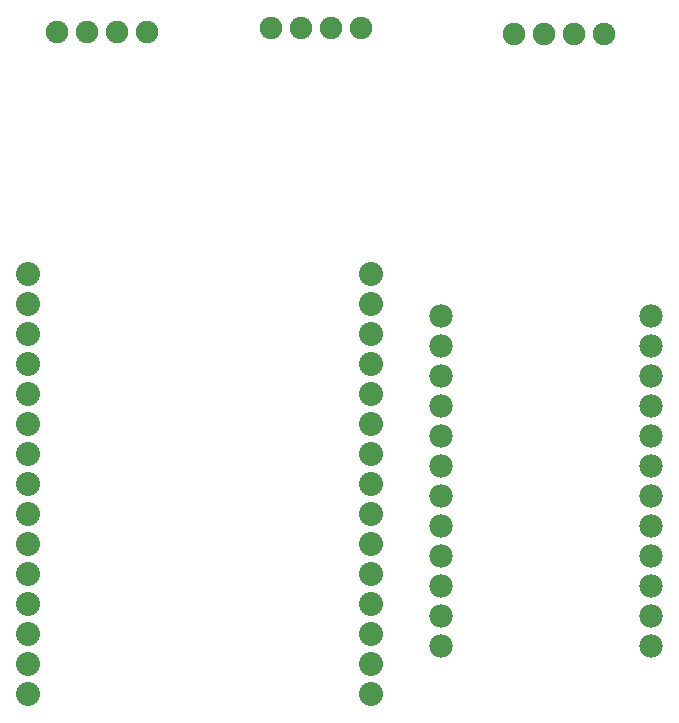
<source format=gbs>
G04 Layer: BottomSolderMaskLayer*
G04 EasyEDA v6.5.5, 2023-03-20 10:36:03*
G04 9b540237bf8445d7845913a8156beade,10*
G04 Gerber Generator version 0.2*
G04 Scale: 100 percent, Rotated: No, Reflected: No *
G04 Dimensions in millimeters *
G04 leading zeros omitted , absolute positions ,4 integer and 5 decimal *
%FSLAX45Y45*%
%MOMM*%

%ADD17C,1.9032*%
%ADD18C,2.0320*%
%ADD19C,1.9812*%

%LPD*%
D17*
G01*
X1828800Y9220200D03*
G01*
X1574800Y9220200D03*
G01*
X1320800Y9220200D03*
G01*
X2082800Y9220200D03*
G01*
X3644900Y9258300D03*
G01*
X3390900Y9258300D03*
G01*
X3136900Y9258300D03*
G01*
X3898900Y9258300D03*
G01*
X5448300Y9207500D03*
G01*
X5702300Y9207500D03*
G01*
X5956300Y9207500D03*
G01*
X5194300Y9207500D03*
D18*
G01*
X1077112Y7177278D03*
G01*
X1077112Y6923278D03*
G01*
X1077112Y6669278D03*
G01*
X1077112Y6415303D03*
G01*
X1077112Y6161303D03*
G01*
X1077112Y5907303D03*
G01*
X1077112Y5653303D03*
G01*
X1077112Y5399303D03*
G01*
X1077112Y5145303D03*
G01*
X1079500Y4891303D03*
G01*
X1079500Y4637303D03*
G01*
X1079500Y4383303D03*
G01*
X1079500Y4129303D03*
G01*
X1079500Y3875303D03*
G01*
X1079500Y3621303D03*
G01*
X3977081Y7177278D03*
G01*
X3977081Y6923278D03*
G01*
X3977081Y6669278D03*
G01*
X3977081Y6415303D03*
G01*
X3977081Y6161303D03*
G01*
X3977081Y5907303D03*
G01*
X3977081Y5653303D03*
G01*
X3977081Y5399303D03*
G01*
X3977081Y5145303D03*
G01*
X3977081Y4891303D03*
G01*
X3977081Y4637303D03*
G01*
X3977081Y4383303D03*
G01*
X3977081Y4129303D03*
G01*
X3977081Y3875303D03*
G01*
X3977081Y3621303D03*
D19*
G01*
X4572000Y6819900D03*
G01*
X4572000Y6565900D03*
G01*
X4572000Y6311900D03*
G01*
X4572000Y6057900D03*
G01*
X4572000Y5803900D03*
G01*
X4572000Y5549900D03*
G01*
X4572000Y5295900D03*
G01*
X4572000Y5041900D03*
G01*
X4572000Y4787900D03*
G01*
X4572000Y4533900D03*
G01*
X4572000Y4279900D03*
G01*
X4572000Y4025900D03*
G01*
X6350000Y6819900D03*
G01*
X6350000Y6565900D03*
G01*
X6350000Y6311900D03*
G01*
X6350000Y6057900D03*
G01*
X6350000Y5803900D03*
G01*
X6350000Y5549900D03*
G01*
X6350000Y5295900D03*
G01*
X6350000Y5041900D03*
G01*
X6350000Y4787900D03*
G01*
X6350000Y4533900D03*
G01*
X6350000Y4279900D03*
G01*
X6350000Y4025900D03*
M02*

</source>
